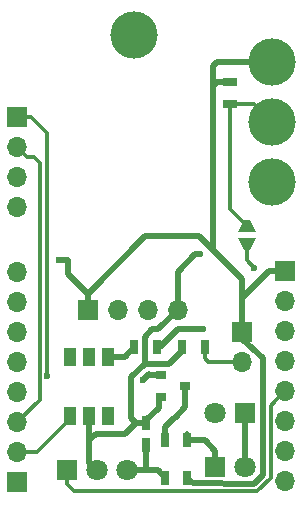
<source format=gbr>
G04 #@! TF.GenerationSoftware,KiCad,Pcbnew,5.0.0*
G04 #@! TF.CreationDate,2018-07-28T11:39:45+02:00*
G04 #@! TF.ProjectId,PTL-IR_remote,50544C2D49525F72656D6F74652E6B69,v1.1*
G04 #@! TF.SameCoordinates,Original*
G04 #@! TF.FileFunction,Copper,L1,Top,Signal*
G04 #@! TF.FilePolarity,Positive*
%FSLAX46Y46*%
G04 Gerber Fmt 4.6, Leading zero omitted, Abs format (unit mm)*
G04 Created by KiCad (PCBNEW 5.0.0) date Sat Jul 28 11:39:45 2018*
%MOMM*%
%LPD*%
G01*
G04 APERTURE LIST*
G04 #@! TA.AperFunction,SMDPad,CuDef*
%ADD10R,0.700000X1.300000*%
G04 #@! TD*
G04 #@! TA.AperFunction,SMDPad,CuDef*
%ADD11R,1.000000X1.600000*%
G04 #@! TD*
G04 #@! TA.AperFunction,ComponentPad*
%ADD12C,4.000500*%
G04 #@! TD*
G04 #@! TA.AperFunction,SMDPad,CuDef*
%ADD13R,0.750000X1.200000*%
G04 #@! TD*
G04 #@! TA.AperFunction,SMDPad,CuDef*
%ADD14C,0.894426*%
G04 #@! TD*
G04 #@! TA.AperFunction,Conductor*
%ADD15C,0.100000*%
G04 #@! TD*
G04 #@! TA.AperFunction,SMDPad,CuDef*
%ADD16R,1.300000X0.700000*%
G04 #@! TD*
G04 #@! TA.AperFunction,ComponentPad*
%ADD17R,1.800000X1.800000*%
G04 #@! TD*
G04 #@! TA.AperFunction,ComponentPad*
%ADD18C,1.800000*%
G04 #@! TD*
G04 #@! TA.AperFunction,SMDPad,CuDef*
%ADD19R,0.900000X0.800000*%
G04 #@! TD*
G04 #@! TA.AperFunction,ComponentPad*
%ADD20R,1.700000X1.700000*%
G04 #@! TD*
G04 #@! TA.AperFunction,ComponentPad*
%ADD21O,1.700000X1.700000*%
G04 #@! TD*
G04 #@! TA.AperFunction,ViaPad*
%ADD22C,0.600000*%
G04 #@! TD*
G04 #@! TA.AperFunction,Conductor*
%ADD23C,0.300000*%
G04 #@! TD*
G04 #@! TA.AperFunction,Conductor*
%ADD24C,0.500000*%
G04 #@! TD*
G04 #@! TA.AperFunction,Conductor*
%ADD25C,0.400000*%
G04 #@! TD*
G04 APERTURE END LIST*
D10*
G04 #@! TO.P,D3,2*
G04 #@! TO.N,Net-(D3-Pad2)*
X183896000Y-106680000D03*
G04 #@! TO.P,D3,1*
G04 #@! TO.N,+5V*
X185796000Y-106680000D03*
G04 #@! TD*
D11*
G04 #@! TO.P,D4,1*
G04 #@! TO.N,Net-(D3-Pad2)*
X181686000Y-107482000D03*
G04 #@! TO.P,D4,2*
G04 #@! TO.N,Net-(D4-Pad2)*
X180086000Y-107482000D03*
G04 #@! TO.P,D4,3*
G04 #@! TO.N,Net-(D4-Pad3)*
X178486000Y-107482000D03*
G04 #@! TO.P,D4,6*
G04 #@! TO.N,Net-(D4-Pad6)*
X181686000Y-112482000D03*
G04 #@! TO.P,D4,5*
G04 #@! TO.N,GND*
X180086000Y-112482000D03*
G04 #@! TO.P,D4,4*
G04 #@! TO.N,/RX*
X178486000Y-112482000D03*
G04 #@! TD*
D12*
G04 #@! TO.P,3V3,1*
G04 #@! TO.N,+3V3*
X195580000Y-82550000D03*
G04 #@! TD*
G04 #@! TO.P,D6,1*
G04 #@! TO.N,Net-(J5-Pad1)*
X195580000Y-87630000D03*
G04 #@! TD*
G04 #@! TO.P,Gnd,1*
G04 #@! TO.N,GND*
X195580000Y-92710000D03*
G04 #@! TD*
D13*
G04 #@! TO.P,C1,2*
G04 #@! TO.N,GND*
X184912000Y-113096000D03*
G04 #@! TO.P,C1,1*
G04 #@! TO.N,Net-(C1-Pad1)*
X184912000Y-114996000D03*
G04 #@! TD*
D14*
G04 #@! TO.P,JP1,2*
G04 #@! TO.N,/D6*
X193421000Y-97917000D03*
D15*
G04 #@! TD*
G04 #@! TO.N,/D6*
G04 #@! TO.C,JP1*
G36*
X192671000Y-97417000D02*
X194171000Y-97417000D01*
X193671000Y-98417000D01*
X193171000Y-98417000D01*
X192671000Y-97417000D01*
X192671000Y-97417000D01*
G37*
D14*
G04 #@! TO.P,JP1,1*
G04 #@! TO.N,Net-(J5-Pad1)*
X193421000Y-96417000D03*
D15*
G04 #@! TD*
G04 #@! TO.N,Net-(J5-Pad1)*
G04 #@! TO.C,JP1*
G36*
X193171000Y-95917000D02*
X193671000Y-95917000D01*
X194171000Y-96917000D01*
X192671000Y-96917000D01*
X193171000Y-95917000D01*
X193171000Y-95917000D01*
G37*
D16*
G04 #@! TO.P,R5,1*
G04 #@! TO.N,Net-(J5-Pad1)*
X192024000Y-86106000D03*
G04 #@! TO.P,R5,2*
G04 #@! TO.N,+3V3*
X192024000Y-84206000D03*
G04 #@! TD*
D10*
G04 #@! TO.P,R4,2*
G04 #@! TO.N,Net-(C1-Pad1)*
X186502000Y-117729000D03*
G04 #@! TO.P,R4,1*
G04 #@! TO.N,+3V3*
X188402000Y-117729000D03*
G04 #@! TD*
G04 #@! TO.P,R1,1*
G04 #@! TO.N,/ADC*
X189860000Y-106680000D03*
G04 #@! TO.P,R1,2*
G04 #@! TO.N,GND*
X187960000Y-106680000D03*
G04 #@! TD*
G04 #@! TO.P,R2,2*
G04 #@! TO.N,Net-(Q1-Pad3)*
X186502000Y-114554000D03*
G04 #@! TO.P,R2,1*
G04 #@! TO.N,Net-(D1-Pad1)*
X188402000Y-114554000D03*
G04 #@! TD*
D17*
G04 #@! TO.P,D1,1*
G04 #@! TO.N,Net-(D1-Pad1)*
X190754000Y-116840000D03*
D18*
G04 #@! TO.P,D1,2*
G04 #@! TO.N,Net-(D1-Pad2)*
X193294000Y-116840000D03*
G04 #@! TD*
D19*
G04 #@! TO.P,Q1,1*
G04 #@! TO.N,Net-(J2-Pad5)*
X186198000Y-109032000D03*
G04 #@! TO.P,Q1,2*
G04 #@! TO.N,GND*
X186198000Y-110932000D03*
G04 #@! TO.P,Q1,3*
G04 #@! TO.N,Net-(Q1-Pad3)*
X188198000Y-109982000D03*
G04 #@! TD*
D20*
G04 #@! TO.P,PR1,1*
G04 #@! TO.N,+3V3*
X193040000Y-105410000D03*
D21*
G04 #@! TO.P,PR1,2*
G04 #@! TO.N,/ADC*
X193040000Y-107950000D03*
G04 #@! TD*
D17*
G04 #@! TO.P,U1,1*
G04 #@! TO.N,/D5*
X178181000Y-117094000D03*
D18*
G04 #@! TO.P,U1,2*
G04 #@! TO.N,GND*
X180721000Y-117094000D03*
G04 #@! TO.P,U1,3*
G04 #@! TO.N,Net-(C1-Pad1)*
X183261000Y-117094000D03*
G04 #@! TD*
D17*
G04 #@! TO.P,D2,1*
G04 #@! TO.N,Net-(D1-Pad2)*
X193294000Y-112268000D03*
D18*
G04 #@! TO.P,D2,2*
G04 #@! TO.N,+5V*
X190754000Y-112268000D03*
G04 #@! TD*
D20*
G04 #@! TO.P,bme280,1*
G04 #@! TO.N,/SDA*
X173990000Y-87185500D03*
D21*
G04 #@! TO.P,bme280,2*
G04 #@! TO.N,/SCL*
X173990000Y-89725500D03*
G04 #@! TO.P,bme280,3*
G04 #@! TO.N,GND*
X173990000Y-92265500D03*
G04 #@! TO.P,bme280,4*
G04 #@! TO.N,+3V3*
X173990000Y-94805500D03*
G04 #@! TD*
D20*
G04 #@! TO.P,DHT22,1*
G04 #@! TO.N,+3V3*
X179959000Y-103505000D03*
D21*
G04 #@! TO.P,DHT22,2*
G04 #@! TO.N,/D4*
X182499000Y-103505000D03*
G04 #@! TO.P,DHT22,3*
G04 #@! TO.N,Net-(DHT22-Pad3)*
X185039000Y-103505000D03*
G04 #@! TO.P,DHT22,4*
G04 #@! TO.N,GND*
X187579000Y-103505000D03*
G04 #@! TD*
D20*
G04 #@! TO.P,J1,1*
G04 #@! TO.N,+3V3*
X196659500Y-100266500D03*
D21*
G04 #@! TO.P,J1,2*
G04 #@! TO.N,Net-(J1-Pad2)*
X196659500Y-102806500D03*
G04 #@! TO.P,J1,3*
G04 #@! TO.N,Net-(J1-Pad3)*
X196659500Y-105346500D03*
G04 #@! TO.P,J1,4*
G04 #@! TO.N,/D6*
X196659500Y-107886500D03*
G04 #@! TO.P,J1,5*
G04 #@! TO.N,/D5*
X196659500Y-110426500D03*
G04 #@! TO.P,J1,6*
G04 #@! TO.N,Net-(J1-Pad6)*
X196659500Y-112966500D03*
G04 #@! TO.P,J1,7*
G04 #@! TO.N,/ADC*
X196659500Y-115506500D03*
G04 #@! TO.P,J1,8*
G04 #@! TO.N,Net-(J1-Pad8)*
X196659500Y-118046500D03*
G04 #@! TD*
D20*
G04 #@! TO.P,J2,1*
G04 #@! TO.N,Net-(J2-Pad1)*
X173990000Y-118110000D03*
D21*
G04 #@! TO.P,J2,2*
G04 #@! TO.N,/RX*
X173990000Y-115570000D03*
G04 #@! TO.P,J2,3*
G04 #@! TO.N,/SCL*
X173990000Y-113030000D03*
G04 #@! TO.P,J2,4*
G04 #@! TO.N,/SDA*
X173990000Y-110490000D03*
G04 #@! TO.P,J2,5*
G04 #@! TO.N,Net-(J2-Pad5)*
X173990000Y-107950000D03*
G04 #@! TO.P,J2,6*
G04 #@! TO.N,/D4*
X173990000Y-105410000D03*
G04 #@! TO.P,J2,7*
G04 #@! TO.N,GND*
X173990000Y-102870000D03*
G04 #@! TO.P,J2,8*
G04 #@! TO.N,+5V*
X173990000Y-100330000D03*
G04 #@! TD*
D12*
G04 #@! TO.P,screw,1*
G04 #@! TO.N,N/C*
X183896000Y-80264000D03*
G04 #@! TD*
D22*
G04 #@! TO.N,+3V3*
X177561000Y-99314000D03*
G04 #@! TO.N,GND*
X189484000Y-98806000D03*
G04 #@! TO.N,+5V*
X189738000Y-105156000D03*
G04 #@! TO.N,/SDA*
X176545000Y-109093000D03*
G04 #@! TO.N,/D6*
X194056000Y-99949000D03*
G04 #@! TO.N,Net-(J2-Pad5)*
X184658000Y-109474000D03*
G04 #@! TD*
D23*
G04 #@! TO.N,/ADC*
X191837919Y-107950000D02*
X193040000Y-107950000D01*
X190180000Y-107950000D02*
X191837919Y-107950000D01*
X189860000Y-107630000D02*
X190180000Y-107950000D01*
X189860000Y-106680000D02*
X189860000Y-107630000D01*
G04 #@! TO.N,/D5*
X178181000Y-118294000D02*
X178759000Y-118872000D01*
X178181000Y-117094000D02*
X178181000Y-118294000D01*
X178759000Y-118872000D02*
X194310000Y-118872000D01*
X195459499Y-111626501D02*
X195809501Y-111276499D01*
X195459499Y-117722501D02*
X195459499Y-111626501D01*
X195809501Y-111276499D02*
X196659500Y-110426500D01*
X194310000Y-118872000D02*
X195459499Y-117722501D01*
D24*
G04 #@! TO.N,+3V3*
X195309500Y-100266500D02*
X196659500Y-100266500D01*
X193040000Y-102536000D02*
X195309500Y-100266500D01*
X193040000Y-105410000D02*
X193040000Y-102536000D01*
X179959000Y-102155000D02*
X184832000Y-97282000D01*
X179959000Y-103505000D02*
X179959000Y-102155000D01*
X184832000Y-97282000D02*
X189389998Y-97282000D01*
X193040000Y-100932002D02*
X193040000Y-102536000D01*
X177561000Y-99314000D02*
X178308000Y-99314000D01*
X178308000Y-100504000D02*
X179959000Y-102155000D01*
X178308000Y-99314000D02*
X178308000Y-100504000D01*
D23*
X188402000Y-117348000D02*
X188402000Y-117648000D01*
D24*
X194818000Y-107569000D02*
X194818000Y-117475000D01*
X188863001Y-118190001D02*
X188402000Y-117729000D01*
X194056000Y-118237000D02*
X188863001Y-118190001D01*
X194818000Y-117475000D02*
X194056000Y-118237000D01*
X193040000Y-105410000D02*
X193040000Y-106025998D01*
X193040000Y-106025998D02*
X194818000Y-107569000D01*
X190532998Y-98425000D02*
X193040000Y-100932002D01*
X189389998Y-97282000D02*
X190532998Y-98425000D01*
X190881000Y-82550000D02*
X195580000Y-82550000D01*
X190532998Y-82898002D02*
X190881000Y-82550000D01*
X190532998Y-84547002D02*
X190532998Y-84963000D01*
X190874000Y-84206000D02*
X190532998Y-84547002D01*
X192024000Y-84206000D02*
X190874000Y-84206000D01*
X190532998Y-98425000D02*
X190532998Y-84963000D01*
X190532998Y-84963000D02*
X190532998Y-82898002D01*
D25*
G04 #@! TO.N,Net-(C1-Pad1)*
X183261000Y-117094000D02*
X183261000Y-116903500D01*
D24*
X185867000Y-117094000D02*
X186502000Y-117729000D01*
X184912000Y-116096000D02*
X184912000Y-117094000D01*
X183261000Y-117094000D02*
X184912000Y-117094000D01*
X184912000Y-114996000D02*
X184912000Y-116096000D01*
X184912000Y-117094000D02*
X185867000Y-117094000D01*
G04 #@! TO.N,GND*
X186198000Y-110932000D02*
X185994000Y-110932000D01*
X184912000Y-112871000D02*
X184912000Y-113096000D01*
X185994000Y-111789000D02*
X184912000Y-112871000D01*
X185994000Y-110932000D02*
X185994000Y-111789000D01*
X180086000Y-116459000D02*
X180721000Y-117094000D01*
X184037000Y-113096000D02*
X183134000Y-113999000D01*
X184912000Y-113096000D02*
X184037000Y-113096000D01*
X180641000Y-113999000D02*
X180086000Y-114554000D01*
X183134000Y-113999000D02*
X180641000Y-113999000D01*
X180086000Y-112482000D02*
X180086000Y-114554000D01*
X180086000Y-114554000D02*
X180086000Y-116459000D01*
X183642000Y-112701000D02*
X184037000Y-113096000D01*
X183642000Y-109220000D02*
X183642000Y-112701000D01*
X187579000Y-102302919D02*
X187579000Y-103505000D01*
X189059736Y-98806000D02*
X187579000Y-100286736D01*
X187579000Y-100286736D02*
X187579000Y-102302919D01*
X189484000Y-98806000D02*
X189059736Y-98806000D01*
X187579000Y-103505000D02*
X185928000Y-105156000D01*
X185420000Y-105156000D02*
X184785000Y-105791000D01*
X185928000Y-105156000D02*
X185420000Y-105156000D01*
X184785000Y-108077000D02*
X183642000Y-109220000D01*
X184785000Y-105791000D02*
X184785000Y-108077000D01*
X186863000Y-108077000D02*
X187960000Y-106980000D01*
X187960000Y-106980000D02*
X187960000Y-106680000D01*
X184785000Y-108077000D02*
X186863000Y-108077000D01*
G04 #@! TO.N,+5V*
X186116000Y-106680000D02*
X187640000Y-105156000D01*
X187640000Y-105156000D02*
X189738000Y-105156000D01*
G04 #@! TO.N,Net-(D1-Pad2)*
X193294000Y-116840000D02*
X193294000Y-112268000D01*
D23*
G04 #@! TO.N,/SDA*
X175140000Y-87185500D02*
X176530000Y-88575500D01*
X173990000Y-87185500D02*
X175140000Y-87185500D01*
X176530000Y-88575500D02*
X176530000Y-109078000D01*
X176530000Y-109078000D02*
X176545000Y-109093000D01*
G04 #@! TO.N,/SCL*
X173990000Y-113030000D02*
X174371000Y-113030000D01*
X173990000Y-89725500D02*
X174561500Y-89725500D01*
X174839999Y-90575499D02*
X175411499Y-90575499D01*
X173990000Y-89725500D02*
X174839999Y-90575499D01*
X175411499Y-90575499D02*
X175895000Y-91059000D01*
X175895000Y-111125000D02*
X173990000Y-113030000D01*
X175895000Y-91059000D02*
X175895000Y-111125000D01*
D24*
G04 #@! TO.N,Net-(Q1-Pad3)*
X188198000Y-109982000D02*
X188198000Y-111776000D01*
X188198000Y-111776000D02*
X187325000Y-112649000D01*
X186502000Y-113404000D02*
X186502000Y-114554000D01*
X187257000Y-112649000D02*
X186502000Y-113404000D01*
X187325000Y-112649000D02*
X187257000Y-112649000D01*
D23*
G04 #@! TO.N,/D6*
X193421000Y-97917000D02*
X193421000Y-99314000D01*
X193421000Y-99314000D02*
X194056000Y-99949000D01*
D24*
G04 #@! TO.N,Net-(D1-Pad1)*
X188336000Y-114046000D02*
X188336000Y-114422000D01*
X190754000Y-115440000D02*
X190754000Y-116840000D01*
X189868000Y-114554000D02*
X190754000Y-115440000D01*
X188402000Y-114554000D02*
X189868000Y-114554000D01*
G04 #@! TO.N,Net-(J2-Pad5)*
X184658000Y-109474000D02*
X185166000Y-108966000D01*
X185232000Y-109032000D02*
X186198000Y-109032000D01*
X185166000Y-108966000D02*
X185232000Y-109032000D01*
D23*
G04 #@! TO.N,/RX*
X175698000Y-115570000D02*
X178486000Y-112782000D01*
X178486000Y-112782000D02*
X178486000Y-112482000D01*
X173990000Y-115570000D02*
X175698000Y-115570000D01*
G04 #@! TO.N,Net-(J5-Pad1)*
X192024000Y-95020000D02*
X193421000Y-96417000D01*
X192024000Y-86106000D02*
X192024000Y-95020000D01*
X194056000Y-86106000D02*
X195580000Y-87630000D01*
X192024000Y-86106000D02*
X194056000Y-86106000D01*
D24*
G04 #@! TO.N,Net-(D3-Pad2)*
X183094000Y-107482000D02*
X183896000Y-106680000D01*
X181686000Y-107482000D02*
X183094000Y-107482000D01*
G04 #@! TD*
M02*

</source>
